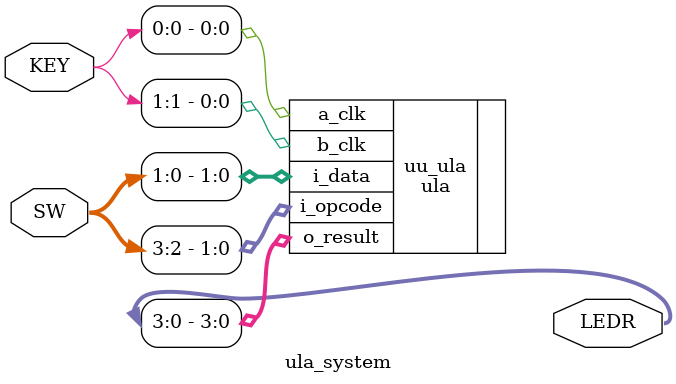
<source format=v>
module ula_system (
      input       [3:0]  KEY,
      output      [9:0]  LEDR,
      input       [9:0]  SW	 
);

ula uu_ula(
	.i_data  (SW[1:0]  ),
	.i_opcode(SW[3:2]  ),
	.o_result(LEDR[3:0]),
	.a_clk   (KEY[0]   ),
	.b_clk   (KEY[1]   )
);
endmodule 

</source>
